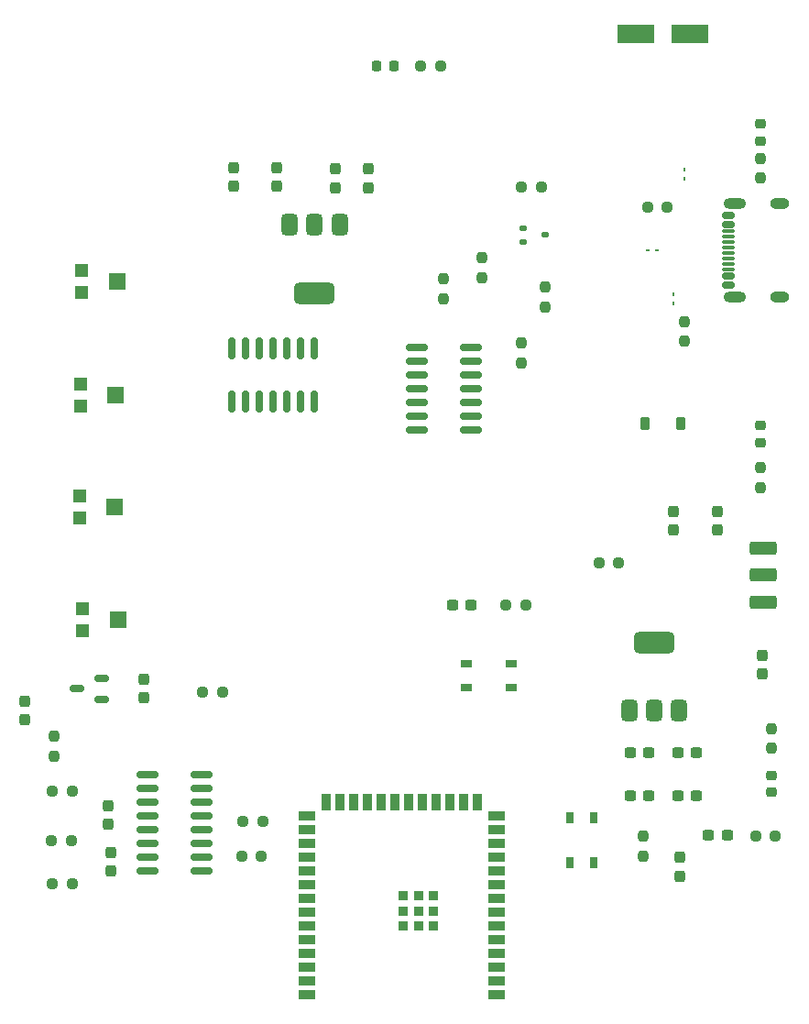
<source format=gbr>
%TF.GenerationSoftware,KiCad,Pcbnew,8.0.6*%
%TF.CreationDate,2024-11-20T22:28:01-08:00*%
%TF.ProjectId,project_rev5,70726f6a-6563-4745-9f72-6576352e6b69,REV5*%
%TF.SameCoordinates,Original*%
%TF.FileFunction,Paste,Top*%
%TF.FilePolarity,Positive*%
%FSLAX46Y46*%
G04 Gerber Fmt 4.6, Leading zero omitted, Abs format (unit mm)*
G04 Created by KiCad (PCBNEW 8.0.6) date 2024-11-20 22:28:01*
%MOMM*%
%LPD*%
G01*
G04 APERTURE LIST*
G04 Aperture macros list*
%AMRoundRect*
0 Rectangle with rounded corners*
0 $1 Rounding radius*
0 $2 $3 $4 $5 $6 $7 $8 $9 X,Y pos of 4 corners*
0 Add a 4 corners polygon primitive as box body*
4,1,4,$2,$3,$4,$5,$6,$7,$8,$9,$2,$3,0*
0 Add four circle primitives for the rounded corners*
1,1,$1+$1,$2,$3*
1,1,$1+$1,$4,$5*
1,1,$1+$1,$6,$7*
1,1,$1+$1,$8,$9*
0 Add four rect primitives between the rounded corners*
20,1,$1+$1,$2,$3,$4,$5,0*
20,1,$1+$1,$4,$5,$6,$7,0*
20,1,$1+$1,$6,$7,$8,$9,0*
20,1,$1+$1,$8,$9,$2,$3,0*%
G04 Aperture macros list end*
%ADD10RoundRect,0.250000X1.000000X-0.375000X1.000000X0.375000X-1.000000X0.375000X-1.000000X-0.375000X0*%
%ADD11RoundRect,0.237500X-0.237500X0.250000X-0.237500X-0.250000X0.237500X-0.250000X0.237500X0.250000X0*%
%ADD12RoundRect,0.237500X0.250000X0.237500X-0.250000X0.237500X-0.250000X-0.237500X0.250000X-0.237500X0*%
%ADD13RoundRect,0.150000X0.425000X-0.150000X0.425000X0.150000X-0.425000X0.150000X-0.425000X-0.150000X0*%
%ADD14RoundRect,0.075000X0.500000X-0.075000X0.500000X0.075000X-0.500000X0.075000X-0.500000X-0.075000X0*%
%ADD15O,2.100000X1.000000*%
%ADD16O,1.800000X1.000000*%
%ADD17RoundRect,0.237500X0.237500X-0.300000X0.237500X0.300000X-0.237500X0.300000X-0.237500X-0.300000X0*%
%ADD18RoundRect,0.237500X-0.250000X-0.237500X0.250000X-0.237500X0.250000X0.237500X-0.250000X0.237500X0*%
%ADD19RoundRect,0.218750X0.256250X-0.218750X0.256250X0.218750X-0.256250X0.218750X-0.256250X-0.218750X0*%
%ADD20R,1.200000X1.200000*%
%ADD21R,1.500000X1.600000*%
%ADD22RoundRect,0.218750X-0.218750X-0.256250X0.218750X-0.256250X0.218750X0.256250X-0.218750X0.256250X0*%
%ADD23RoundRect,0.150000X0.512500X0.150000X-0.512500X0.150000X-0.512500X-0.150000X0.512500X-0.150000X0*%
%ADD24RoundRect,0.237500X0.237500X-0.250000X0.237500X0.250000X-0.237500X0.250000X-0.237500X-0.250000X0*%
%ADD25RoundRect,0.218750X-0.256250X0.218750X-0.256250X-0.218750X0.256250X-0.218750X0.256250X0.218750X0*%
%ADD26RoundRect,0.375000X-0.375000X0.625000X-0.375000X-0.625000X0.375000X-0.625000X0.375000X0.625000X0*%
%ADD27RoundRect,0.500000X-1.400000X0.500000X-1.400000X-0.500000X1.400000X-0.500000X1.400000X0.500000X0*%
%ADD28R,0.660400X1.041400*%
%ADD29RoundRect,0.237500X-0.237500X0.300000X-0.237500X-0.300000X0.237500X-0.300000X0.237500X0.300000X0*%
%ADD30R,1.500000X0.900000*%
%ADD31R,0.900000X1.500000*%
%ADD32R,0.900000X0.900000*%
%ADD33R,1.041400X0.660400*%
%ADD34RoundRect,0.225000X-0.225000X-0.375000X0.225000X-0.375000X0.225000X0.375000X-0.225000X0.375000X0*%
%ADD35R,3.400000X1.800000*%
%ADD36RoundRect,0.062500X-0.062500X0.117500X-0.062500X-0.117500X0.062500X-0.117500X0.062500X0.117500X0*%
%ADD37RoundRect,0.150000X-0.825000X-0.150000X0.825000X-0.150000X0.825000X0.150000X-0.825000X0.150000X0*%
%ADD38RoundRect,0.237500X-0.300000X-0.237500X0.300000X-0.237500X0.300000X0.237500X-0.300000X0.237500X0*%
%ADD39RoundRect,0.112500X-0.237500X0.112500X-0.237500X-0.112500X0.237500X-0.112500X0.237500X0.112500X0*%
%ADD40RoundRect,0.150000X-0.150000X0.825000X-0.150000X-0.825000X0.150000X-0.825000X0.150000X0.825000X0*%
%ADD41RoundRect,0.062500X-0.117500X-0.062500X0.117500X-0.062500X0.117500X0.062500X-0.117500X0.062500X0*%
%ADD42RoundRect,0.150000X-0.850000X-0.150000X0.850000X-0.150000X0.850000X0.150000X-0.850000X0.150000X0*%
%ADD43RoundRect,0.375000X0.375000X-0.625000X0.375000X0.625000X-0.375000X0.625000X-0.375000X-0.625000X0*%
%ADD44RoundRect,0.500000X1.400000X-0.500000X1.400000X0.500000X-1.400000X0.500000X-1.400000X-0.500000X0*%
%ADD45RoundRect,0.237500X0.300000X0.237500X-0.300000X0.237500X-0.300000X-0.237500X0.300000X-0.237500X0*%
%ADD46RoundRect,0.062500X0.062500X-0.117500X0.062500X0.117500X-0.062500X0.117500X-0.062500X-0.117500X0*%
G04 APERTURE END LIST*
D10*
%TO.C,SW4*%
X121250000Y-121500000D03*
X121250000Y-119000000D03*
X121250000Y-116500000D03*
%TD*%
D11*
%TO.C,R19*%
X121000000Y-109087500D03*
X121000000Y-110912500D03*
%TD*%
D12*
%TO.C,R7*%
X57412500Y-147500000D03*
X55587500Y-147500000D03*
%TD*%
D13*
%TO.C,J8*%
X118070000Y-92200000D03*
X118070000Y-91400000D03*
D14*
X118070000Y-90250000D03*
X118070000Y-89250000D03*
X118070000Y-88750000D03*
X118070000Y-87750000D03*
D13*
X118070000Y-86600000D03*
X118070000Y-85800000D03*
X118070000Y-85800000D03*
X118070000Y-86600000D03*
D14*
X118070000Y-87250000D03*
X118070000Y-88250000D03*
X118070000Y-89750000D03*
X118070000Y-90750000D03*
D13*
X118070000Y-91400000D03*
X118070000Y-92200000D03*
D15*
X118645000Y-93320000D03*
D16*
X122825000Y-93320000D03*
D15*
X118645000Y-84680000D03*
D16*
X122825000Y-84680000D03*
%TD*%
D12*
%TO.C,R9*%
X100782500Y-83140000D03*
X98957500Y-83140000D03*
%TD*%
D17*
%TO.C,C3*%
X60770000Y-142042500D03*
X60770000Y-140317500D03*
%TD*%
D18*
%TO.C,R14*%
X120587500Y-143110000D03*
X122412500Y-143110000D03*
%TD*%
D19*
%TO.C,D6*%
X122000000Y-139055000D03*
X122000000Y-137480000D03*
%TD*%
D20*
%TO.C,RV1*%
X58300000Y-90900000D03*
D21*
X61550000Y-91900000D03*
D20*
X58300000Y-92900000D03*
%TD*%
D22*
%TO.C,D5*%
X85572500Y-72000000D03*
X87147500Y-72000000D03*
%TD*%
D20*
%TO.C,RV4*%
X58400000Y-122100000D03*
D21*
X61650000Y-123100000D03*
D20*
X58400000Y-124100000D03*
%TD*%
D17*
%TO.C,C8*%
X84750000Y-81487500D03*
X84750000Y-83212500D03*
%TD*%
%TO.C,C5*%
X72300000Y-83112500D03*
X72300000Y-81387500D03*
%TD*%
D23*
%TO.C,Q2*%
X60137500Y-130450000D03*
X60137500Y-128550000D03*
X57862500Y-129500000D03*
%TD*%
D17*
%TO.C,C7*%
X81750000Y-83212500D03*
X81750000Y-81487500D03*
%TD*%
D24*
%TO.C,R21*%
X122000000Y-135000000D03*
X122000000Y-133175000D03*
%TD*%
D12*
%TO.C,R11*%
X71312500Y-129800000D03*
X69487500Y-129800000D03*
%TD*%
D25*
%TO.C,D8*%
X121000000Y-105212500D03*
X121000000Y-106787500D03*
%TD*%
D12*
%TO.C,R17*%
X75022500Y-141740000D03*
X73197500Y-141740000D03*
%TD*%
D26*
%TO.C,U3*%
X82125000Y-86675000D03*
X79825000Y-86675000D03*
D27*
X79825000Y-92975000D03*
D26*
X77525000Y-86675000D03*
%TD*%
D28*
%TO.C,SW3*%
X105575000Y-141425000D03*
X105575000Y-145575000D03*
X103425000Y-141425000D03*
X103425000Y-145575000D03*
%TD*%
D29*
%TO.C,C9*%
X121220000Y-126390000D03*
X121220000Y-128115000D03*
%TD*%
D30*
%TO.C,U5*%
X96650000Y-157760000D03*
X96650000Y-156490000D03*
X96650000Y-155220000D03*
X96650000Y-153950000D03*
X96650000Y-152680000D03*
X96650000Y-151410000D03*
X96650000Y-150140000D03*
X96650000Y-148870000D03*
X96650000Y-147600000D03*
X96650000Y-146330000D03*
X96650000Y-145060000D03*
X96650000Y-143790000D03*
X96650000Y-142520000D03*
X96650000Y-141250000D03*
D31*
X94885000Y-140000000D03*
X93615000Y-140000000D03*
X92345000Y-140000000D03*
X91075000Y-140000000D03*
X89805000Y-140000000D03*
X88535000Y-140000000D03*
X87265000Y-140000000D03*
X85995000Y-140000000D03*
X84725000Y-140000000D03*
X83455000Y-140000000D03*
X82185000Y-140000000D03*
X80915000Y-140000000D03*
D30*
X79150000Y-141250000D03*
X79150000Y-142520000D03*
X79150000Y-143790000D03*
X79150000Y-145060000D03*
X79150000Y-146330000D03*
X79150000Y-147600000D03*
X79150000Y-148870000D03*
X79150000Y-150140000D03*
X79150000Y-151410000D03*
X79150000Y-152680000D03*
X79150000Y-153950000D03*
X79150000Y-155220000D03*
X79150000Y-156490000D03*
X79150000Y-157760000D03*
D32*
X90800000Y-151440000D03*
X90800000Y-150040000D03*
X90800000Y-148640000D03*
X90800000Y-148640000D03*
X89400000Y-151440000D03*
X89400000Y-151440000D03*
X89400000Y-150040000D03*
X89400000Y-148640000D03*
X88000000Y-151440000D03*
X88000000Y-150040000D03*
X88000000Y-148640000D03*
%TD*%
D17*
%TO.C,C12*%
X113550000Y-146800000D03*
X113550000Y-145075000D03*
%TD*%
%TO.C,C14*%
X117000000Y-114862500D03*
X117000000Y-113137500D03*
%TD*%
%TO.C,C1*%
X64000000Y-130362500D03*
X64000000Y-128637500D03*
%TD*%
D33*
%TO.C,SW2*%
X93825000Y-127225000D03*
X97975000Y-127225000D03*
X93825000Y-129375000D03*
X97975000Y-129375000D03*
%TD*%
D24*
%TO.C,R2*%
X114000000Y-97412500D03*
X114000000Y-95587500D03*
%TD*%
D34*
%TO.C,D1*%
X110350000Y-105000000D03*
X113650000Y-105000000D03*
%TD*%
D24*
%TO.C,R1*%
X91750000Y-93475000D03*
X91750000Y-91650000D03*
%TD*%
D35*
%TO.C,TP1*%
X109500000Y-69000000D03*
%TD*%
D20*
%TO.C,RV2*%
X58200000Y-101400000D03*
D21*
X61450000Y-102400000D03*
D20*
X58200000Y-103400000D03*
%TD*%
D24*
%TO.C,R3*%
X95250000Y-91518750D03*
X95250000Y-89693750D03*
%TD*%
D12*
%TO.C,R6*%
X57312500Y-143500000D03*
X55487500Y-143500000D03*
%TD*%
D11*
%TO.C,R22*%
X98900000Y-97575000D03*
X98900000Y-99400000D03*
%TD*%
D36*
%TO.C,D2*%
X114000000Y-82420000D03*
X114000000Y-81580000D03*
%TD*%
D12*
%TO.C,R16*%
X74902500Y-144940000D03*
X73077500Y-144940000D03*
%TD*%
D24*
%TO.C,R15*%
X110140000Y-144962500D03*
X110140000Y-143137500D03*
%TD*%
D37*
%TO.C,U2*%
X89275000Y-97940000D03*
X89275000Y-99210000D03*
X89275000Y-100480000D03*
X89275000Y-101750000D03*
X89275000Y-103020000D03*
X89275000Y-104290000D03*
X89275000Y-105560000D03*
X94225000Y-105560000D03*
X94225000Y-104290000D03*
X94225000Y-103020000D03*
X94225000Y-101750000D03*
X94225000Y-100480000D03*
X94225000Y-99210000D03*
X94225000Y-97940000D03*
%TD*%
D17*
%TO.C,C6*%
X76300000Y-83112500D03*
X76300000Y-81387500D03*
%TD*%
D25*
%TO.C,D7*%
X121000000Y-77337500D03*
X121000000Y-78912500D03*
%TD*%
D17*
%TO.C,C4*%
X61000000Y-146362500D03*
X61000000Y-144637500D03*
%TD*%
D35*
%TO.C,TP2*%
X114500000Y-69000000D03*
%TD*%
D18*
%TO.C,R13*%
X97487500Y-121800000D03*
X99312500Y-121800000D03*
%TD*%
D38*
%TO.C,C15*%
X113357500Y-139390000D03*
X115082500Y-139390000D03*
%TD*%
D17*
%TO.C,C2*%
X53000000Y-132362500D03*
X53000000Y-130637500D03*
%TD*%
D18*
%TO.C,R8*%
X110587500Y-85000000D03*
X112412500Y-85000000D03*
%TD*%
D17*
%TO.C,C13*%
X113000000Y-114862500D03*
X113000000Y-113137500D03*
%TD*%
D39*
%TO.C,Q1*%
X99100000Y-86950000D03*
X99100000Y-88250000D03*
X101100000Y-87600000D03*
%TD*%
D11*
%TO.C,R18*%
X121000000Y-80500000D03*
X121000000Y-82325000D03*
%TD*%
D38*
%TO.C,C16*%
X113357500Y-135390000D03*
X115082500Y-135390000D03*
%TD*%
D40*
%TO.C,U4*%
X79810000Y-98025000D03*
X78540000Y-98025000D03*
X77270000Y-98025000D03*
X76000000Y-98025000D03*
X74730000Y-98025000D03*
X73460000Y-98025000D03*
X72190000Y-98025000D03*
X72190000Y-102975000D03*
X73460000Y-102975000D03*
X74730000Y-102975000D03*
X76000000Y-102975000D03*
X77270000Y-102975000D03*
X78540000Y-102975000D03*
X79810000Y-102975000D03*
%TD*%
D41*
%TO.C,D4*%
X111420000Y-89000000D03*
X110580000Y-89000000D03*
%TD*%
D18*
%TO.C,R12*%
X106097500Y-117890000D03*
X107922500Y-117890000D03*
%TD*%
%TO.C,R20*%
X89615000Y-72000000D03*
X91440000Y-72000000D03*
%TD*%
D42*
%TO.C,U1*%
X64390000Y-137410000D03*
X64390000Y-138680000D03*
X64390000Y-139950000D03*
X64390000Y-141220000D03*
X64390000Y-142490000D03*
X64390000Y-143760000D03*
X64390000Y-145030000D03*
X64390000Y-146300000D03*
X69390000Y-146300000D03*
X69390000Y-145030000D03*
X69390000Y-143760000D03*
X69390000Y-142490000D03*
X69390000Y-141220000D03*
X69390000Y-139950000D03*
X69390000Y-138680000D03*
X69390000Y-137410000D03*
%TD*%
D24*
%TO.C,R10*%
X101100000Y-94212500D03*
X101100000Y-92387500D03*
%TD*%
D43*
%TO.C,U6*%
X108920000Y-131540000D03*
X111220000Y-131540000D03*
D44*
X111220000Y-125240000D03*
D43*
X113520000Y-131540000D03*
%TD*%
D45*
%TO.C,C17*%
X110720000Y-135390000D03*
X108995000Y-135390000D03*
%TD*%
%TO.C,C18*%
X110720000Y-139390000D03*
X108995000Y-139390000D03*
%TD*%
D24*
%TO.C,R4*%
X55700000Y-135700000D03*
X55700000Y-133875000D03*
%TD*%
D18*
%TO.C,R5*%
X55587500Y-139000000D03*
X57412500Y-139000000D03*
%TD*%
D20*
%TO.C,RV3*%
X58100000Y-111700000D03*
D21*
X61350000Y-112700000D03*
D20*
X58100000Y-113700000D03*
%TD*%
D38*
%TO.C,C11*%
X116217500Y-143000000D03*
X117942500Y-143000000D03*
%TD*%
%TO.C,C10*%
X92537500Y-121800000D03*
X94262500Y-121800000D03*
%TD*%
D46*
%TO.C,D3*%
X113000000Y-93080000D03*
X113000000Y-93920000D03*
%TD*%
M02*

</source>
